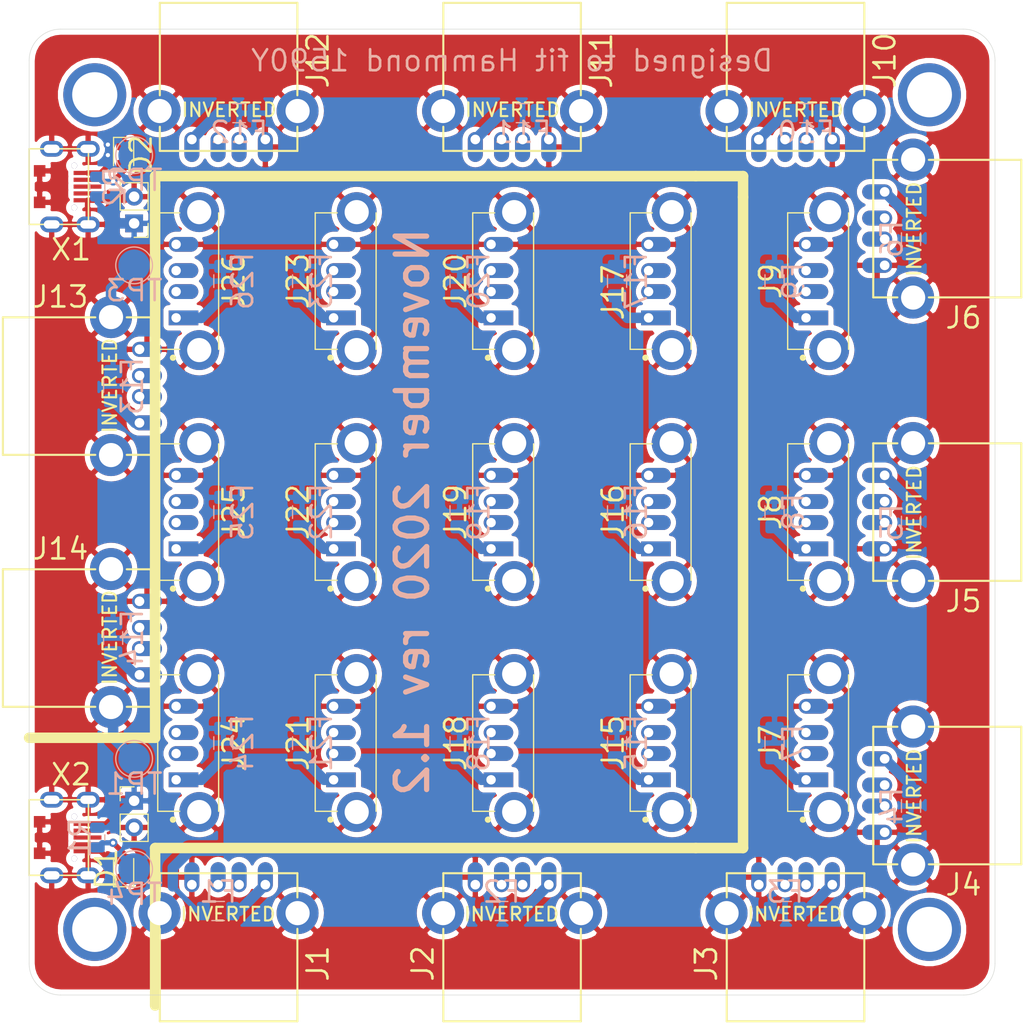
<source format=kicad_pcb>
(kicad_pcb (version 20171130) (host pcbnew 5.1.6-c6e7f7d~87~ubuntu19.10.1)
  (layers (0 F.Cu signal) (31 B.Cu signal) (34 B.Paste user) (35 F.Paste user) (36 B.SilkS user) (37 F.SilkS user) (38 B.Mask user) (39 F.Mask user) (44 Edge.Cuts user))
  (net 0 "")
  (net 1 "Net-(D1-Pad2)")
  (net 2 GND)
  (net 3 +5V)
  (net 4 "Net-(F1-Pad1)")
  (net 5 "Net-(F2-Pad1)")
  (net 6 "Net-(F3-Pad1)")
  (net 7 "Net-(F4-Pad1)")
  (net 8 "Net-(F5-Pad1)")
  (net 9 "Net-(F6-Pad1)")
  (net 10 "Net-(F7-Pad1)")
  (net 11 "Net-(F8-Pad1)")
  (net 12 "Net-(F9-Pad1)")
  (net 13 "Net-(F10-Pad1)")
  (net 14 "Net-(F11-Pad1)")
  (net 15 "Net-(F12-Pad1)")
  (net 16 "Net-(J1-Pad3)")
  (net 17 "Net-(J1-Pad2)")
  (net 18 "Net-(J2-Pad3)")
  (net 19 "Net-(J2-Pad2)")
  (net 20 "Net-(J3-Pad3)")
  (net 21 "Net-(J3-Pad2)")
  (net 22 "Net-(J4-Pad3)")
  (net 23 "Net-(J4-Pad2)")
  (net 24 "Net-(J5-Pad3)")
  (net 25 "Net-(J5-Pad2)")
  (net 26 "Net-(J6-Pad3)")
  (net 27 "Net-(J6-Pad2)")
  (net 28 "Net-(J7-Pad3)")
  (net 29 "Net-(J7-Pad2)")
  (net 30 "Net-(J8-Pad3)")
  (net 31 "Net-(J8-Pad2)")
  (net 32 "Net-(J9-Pad3)")
  (net 33 "Net-(J9-Pad2)")
  (net 34 "Net-(J10-Pad3)")
  (net 35 "Net-(J10-Pad2)")
  (net 36 "Net-(J11-Pad3)")
  (net 37 "Net-(J11-Pad2)")
  (net 38 "Net-(J12-Pad3)")
  (net 39 "Net-(J12-Pad2)")
  (net 40 "Net-(J13-Pad3)")
  (net 41 "Net-(J13-Pad2)")
  (net 42 "Net-(D2-Pad2)")
  (net 43 +5VA)
  (net 44 "Net-(F13-Pad1)")
  (net 45 "Net-(F14-Pad1)")
  (net 46 "Net-(J15-Pad3)")
  (net 47 "Net-(J15-Pad2)")
  (net 48 "Net-(J25-Pad3)")
  (net 49 "Net-(J25-Pad2)")
  (net 50 "Net-(J26-Pad3)")
  (net 51 "Net-(J26-Pad2)")
  (net 52 "Net-(J14-Pad3)")
  (net 53 "Net-(J14-Pad2)")
  (net 54 "Net-(F15-Pad1)")
  (net 55 "Net-(F16-Pad1)")
  (net 56 "Net-(J16-Pad3)")
  (net 57 "Net-(J16-Pad2)")
  (net 58 "Net-(F17-Pad1)")
  (net 59 "Net-(F18-Pad1)")
  (net 60 "Net-(F19-Pad1)")
  (net 61 "Net-(F20-Pad1)")
  (net 62 "Net-(J17-Pad3)")
  (net 63 "Net-(J17-Pad2)")
  (net 64 "Net-(J18-Pad3)")
  (net 65 "Net-(J18-Pad2)")
  (net 66 "Net-(J19-Pad3)")
  (net 67 "Net-(J19-Pad2)")
  (net 68 "Net-(J20-Pad3)")
  (net 69 "Net-(J20-Pad2)")
  (net 70 "Net-(F21-Pad1)")
  (net 71 "Net-(F22-Pad1)")
  (net 72 "Net-(F23-Pad1)")
  (net 73 "Net-(F24-Pad1)")
  (net 74 "Net-(J21-Pad3)")
  (net 75 "Net-(J21-Pad2)")
  (net 76 "Net-(J22-Pad3)")
  (net 77 "Net-(J22-Pad2)")
  (net 78 "Net-(J23-Pad3)")
  (net 79 "Net-(J23-Pad2)")
  (net 80 "Net-(J24-Pad3)")
  (net 81 "Net-(J24-Pad2)")
  (net 82 "Net-(F25-Pad1)")
  (net 83 "Net-(F26-Pad1)")
  (net 84 "Net-(X1-Pad3)")
  (net 85 "Net-(X1-Pad2)")
  (net 86 "Net-(X1-Pad4)")
  (net 87 "Net-(X2-Pad3)")
  (net 88 "Net-(X2-Pad2)")
  (net 89 "Net-(X2-Pad4)")
  (module tom-connectors:CUI_UJ2-AV-1-TH (layer F.Cu) (at 13 22 90)
    (fp_text reference J15 (at 0 -3.3873 90) (layer F.SilkS) (effects (font (size 2 2) (thickness 0.25))))
    (fp_text value USB_A)
    (pad 4 thru_hole oval (at 3.5 0 90) (size 1.408 2.816) (drill 0.9 (offset 0 0.704)) (layers *.Cu *.Mask) (net 2 GND))
    (pad 3 thru_hole oval (at 1 0 90) (size 1.408 2.816) (drill 0.9 (offset 0 0.704)) (layers *.Cu *.Mask) (net 46 "Net-(J15-Pad3)"))
    (pad 2 thru_hole oval (at -1 0 90) (size 1.408 2.816) (drill 0.9 (offset 0 0.704)) (layers *.Cu *.Mask) (net 47 "Net-(J15-Pad2)"))
    (pad 1 thru_hole rect (at -3.5 0 90) (size 1.408 2.816) (drill oval 0.9 (offset 0 0.704)) (layers *.Cu *.Mask) (net 54 "Net-(F15-Pad1)"))
    (pad 5 thru_hole circle (at 6.57 2.2 90) (size 3.8 3.8) (drill 2.3) (layers *.Cu *.Mask) (net 2 GND))
    (pad 5 thru_hole circle (at -6.57 2.2 90) (size 3.8 3.8) (drill 2.3) (layers *.Cu *.Mask) (net 2 GND))
  )
  (module tom-connectors:CUI_UJ2-AV-1-TH (layer F.Cu) (at 13 0 90)
    (fp_text reference J16 (at 0 -3.3873 90) (layer F.SilkS) (effects (font (size 2 2) (thickness 0.25))))
    (fp_text value USB_A)
    (pad 4 thru_hole oval (at 3.5 0 90) (size 1.408 2.816) (drill 0.9 (offset 0 0.704)) (layers *.Cu *.Mask) (net 2 GND))
    (pad 3 thru_hole oval (at 1 0 90) (size 1.408 2.816) (drill 0.9 (offset 0 0.704)) (layers *.Cu *.Mask) (net 56 "Net-(J16-Pad3)"))
    (pad 2 thru_hole oval (at -1 0 90) (size 1.408 2.816) (drill 0.9 (offset 0 0.704)) (layers *.Cu *.Mask) (net 57 "Net-(J16-Pad2)"))
    (pad 1 thru_hole rect (at -3.5 0 90) (size 1.408 2.816) (drill oval 0.9 (offset 0 0.704)) (layers *.Cu *.Mask) (net 55 "Net-(F16-Pad1)"))
    (pad 5 thru_hole circle (at 6.57 2.2 90) (size 3.8 3.8) (drill 2.3) (layers *.Cu *.Mask) (net 2 GND))
    (pad 5 thru_hole circle (at -6.57 2.2 90) (size 3.8 3.8) (drill 2.3) (layers *.Cu *.Mask) (net 2 GND))
  )
  (module tom-passives:C_1206_3216Metric (layer B.Cu) (at 10 22 90)
    (fp_text reference F15 (at 0 1.82 90) (layer B.SilkS) (effects (font (size 2 2) (thickness 0.25)) (justify mirror)))
    (fp_text value 100mA/250mA)
    (pad 2 smd roundrect (at 1.4 0 90) (size 1.25 1.75) (layers B.Cu B.Paste B.Mask) (roundrect_rratio 0.2) (net 43 +5VA))
    (pad 1 smd roundrect (at -1.4 0 90) (size 1.25 1.75) (layers B.Cu B.Paste B.Mask) (roundrect_rratio 0.2) (net 54 "Net-(F15-Pad1)"))
  )
  (module tom-passives:C_1206_3216Metric (layer B.Cu) (at 10 0 90)
    (fp_text reference F16 (at 0 1.82 90) (layer B.SilkS) (effects (font (size 2 2) (thickness 0.25)) (justify mirror)))
    (fp_text value 100mA/250mA)
    (pad 2 smd roundrect (at 1.4 0 90) (size 1.25 1.75) (layers B.Cu B.Paste B.Mask) (roundrect_rratio 0.2) (net 43 +5VA))
    (pad 1 smd roundrect (at -1.4 0 90) (size 1.25 1.75) (layers B.Cu B.Paste B.Mask) (roundrect_rratio 0.2) (net 55 "Net-(F16-Pad1)"))
  )
  (module tom-connectors:CUI_UJ2-AV-1-TH (layer F.Cu) (at 13 -22 90)
    (fp_text reference J17 (at -1.073359 -3.3873 90) (layer F.SilkS) (effects (font (size 2 2) (thickness 0.25))))
    (fp_text value USB_A)
    (pad 4 thru_hole oval (at 3.5 0 90) (size 1.408 2.816) (drill 0.9 (offset 0 0.704)) (layers *.Cu *.Mask) (net 2 GND))
    (pad 3 thru_hole oval (at 1 0 90) (size 1.408 2.816) (drill 0.9 (offset 0 0.704)) (layers *.Cu *.Mask) (net 62 "Net-(J17-Pad3)"))
    (pad 2 thru_hole oval (at -1 0 90) (size 1.408 2.816) (drill 0.9 (offset 0 0.704)) (layers *.Cu *.Mask) (net 63 "Net-(J17-Pad2)"))
    (pad 1 thru_hole rect (at -3.5 0 90) (size 1.408 2.816) (drill oval 0.9 (offset 0 0.704)) (layers *.Cu *.Mask) (net 58 "Net-(F17-Pad1)"))
    (pad 5 thru_hole circle (at 6.57 2.2 90) (size 3.8 3.8) (drill 2.3) (layers *.Cu *.Mask) (net 2 GND))
    (pad 5 thru_hole circle (at -6.57 2.2 90) (size 3.8 3.8) (drill 2.3) (layers *.Cu *.Mask) (net 2 GND))
  )
  (module tom-connectors:CUI_UJ2-AV-1-TH (layer F.Cu) (at 28 -22 90)
    (fp_text reference J9 (at 0 -3.3873 90) (layer F.SilkS) (effects (font (size 2 2) (thickness 0.25))))
    (fp_text value USB_A)
    (pad 4 thru_hole oval (at 3.5 0 90) (size 1.408 2.816) (drill 0.9 (offset 0 0.704)) (layers *.Cu *.Mask) (net 2 GND))
    (pad 3 thru_hole oval (at 1 0 90) (size 1.408 2.816) (drill 0.9 (offset 0 0.704)) (layers *.Cu *.Mask) (net 32 "Net-(J9-Pad3)"))
    (pad 2 thru_hole oval (at -1 0 90) (size 1.408 2.816) (drill 0.9 (offset 0 0.704)) (layers *.Cu *.Mask) (net 33 "Net-(J9-Pad2)"))
    (pad 1 thru_hole rect (at -3.5 0 90) (size 1.408 2.816) (drill oval 0.9 (offset 0 0.704)) (layers *.Cu *.Mask) (net 12 "Net-(F9-Pad1)"))
    (pad 5 thru_hole circle (at 6.57 2.2 90) (size 3.8 3.8) (drill 2.3) (layers *.Cu *.Mask) (net 2 GND))
    (pad 5 thru_hole circle (at -6.57 2.2 90) (size 3.8 3.8) (drill 2.3) (layers *.Cu *.Mask) (net 2 GND))
  )
  (module tom-connectors:CUI_UJ2-AV-1-TH (layer F.Cu) (at 28 0 90)
    (fp_text reference J8 (at 0 -3.3873 90) (layer F.SilkS) (effects (font (size 2 2) (thickness 0.25))))
    (fp_text value USB_A)
    (pad 4 thru_hole oval (at 3.5 0 90) (size 1.408 2.816) (drill 0.9 (offset 0 0.704)) (layers *.Cu *.Mask) (net 2 GND))
    (pad 3 thru_hole oval (at 1 0 90) (size 1.408 2.816) (drill 0.9 (offset 0 0.704)) (layers *.Cu *.Mask) (net 30 "Net-(J8-Pad3)"))
    (pad 2 thru_hole oval (at -1 0 90) (size 1.408 2.816) (drill 0.9 (offset 0 0.704)) (layers *.Cu *.Mask) (net 31 "Net-(J8-Pad2)"))
    (pad 1 thru_hole rect (at -3.5 0 90) (size 1.408 2.816) (drill oval 0.9 (offset 0 0.704)) (layers *.Cu *.Mask) (net 11 "Net-(F8-Pad1)"))
    (pad 5 thru_hole circle (at 6.57 2.2 90) (size 3.8 3.8) (drill 2.3) (layers *.Cu *.Mask) (net 2 GND))
    (pad 5 thru_hole circle (at -6.57 2.2 90) (size 3.8 3.8) (drill 2.3) (layers *.Cu *.Mask) (net 2 GND))
  )
  (module tom-connectors:CUI_UJ2-AV-1-TH (layer F.Cu) (at 28 22 90)
    (fp_text reference J7 (at 0 -3.3873 90) (layer F.SilkS) (effects (font (size 2 2) (thickness 0.25))))
    (fp_text value USB_A)
    (pad 4 thru_hole oval (at 3.5 0 90) (size 1.408 2.816) (drill 0.9 (offset 0 0.704)) (layers *.Cu *.Mask) (net 2 GND))
    (pad 3 thru_hole oval (at 1 0 90) (size 1.408 2.816) (drill 0.9 (offset 0 0.704)) (layers *.Cu *.Mask) (net 28 "Net-(J7-Pad3)"))
    (pad 2 thru_hole oval (at -1 0 90) (size 1.408 2.816) (drill 0.9 (offset 0 0.704)) (layers *.Cu *.Mask) (net 29 "Net-(J7-Pad2)"))
    (pad 1 thru_hole rect (at -3.5 0 90) (size 1.408 2.816) (drill oval 0.9 (offset 0 0.704)) (layers *.Cu *.Mask) (net 10 "Net-(F7-Pad1)"))
    (pad 5 thru_hole circle (at 6.57 2.2 90) (size 3.8 3.8) (drill 2.3) (layers *.Cu *.Mask) (net 2 GND))
    (pad 5 thru_hole circle (at -6.57 2.2 90) (size 3.8 3.8) (drill 2.3) (layers *.Cu *.Mask) (net 2 GND))
  )
  (module tom-mechanical:TestPoint_Pad_D3.0mm (layer B.Cu) (at -36 34)
    (fp_text reference TP4 (at 0 2.398) (layer B.SilkS) (effects (font (size 2 2) (thickness 0.25)) (justify mirror)))
    (fp_text value 5V)
    (pad 1 smd circle (at 0 0) (size 3 3) (layers B.Cu B.Mask) (net 43 +5VA))
  )
  (module tom-mechanical:TestPoint_Pad_D3.0mm (layer B.Cu) (at -36 23.5)
    (fp_text reference TP1 (at 0 2.398) (layer B.SilkS) (effects (font (size 2 2) (thickness 0.25)) (justify mirror)))
    (fp_text value GND)
    (pad 1 smd circle (at 0 0) (size 3 3) (layers B.Cu B.Mask) (net 2 GND))
  )
  (module tom-connectors:OST_USB-A1HSW6-INVERTED (layer F.Cu) (at -42 12 270)
    (fp_text reference J14 (at -8.5 1.02676) (layer F.SilkS) (effects (font (size 2 2) (thickness 0.25))))
    (fp_text value USB_A)
    (fp_text user INVERTED (at -0.05 -3.69 90) (layer F.SilkS) (effects (font (size 1.3 1.3) (thickness 0.2))))
    (pad 1 thru_hole oval (at 3.5 -6.51 270) (size 1.428 2.856) (drill oval 0.92 (offset 0 -0.714)) (layers *.Cu *.Mask) (net 45 "Net-(F14-Pad1)"))
    (pad 2 thru_hole oval (at 1 -6.51 270) (size 1.428 2.856) (drill oval 0.92 (offset 0 -0.714)) (layers *.Cu *.Mask) (net 53 "Net-(J14-Pad2)"))
    (pad 3 thru_hole oval (at -1 -6.51 270) (size 1.428 2.856) (drill oval 0.92 (offset 0 -0.714)) (layers *.Cu *.Mask) (net 52 "Net-(J14-Pad3)"))
    (pad 5 thru_hole circle (at 6.57 -3.8 270) (size 4 4) (drill 2.3) (layers *.Cu *.Mask) (net 2 GND))
    (pad 5 thru_hole circle (at -6.57 -3.8 270) (size 4 4) (drill 2.3) (layers *.Cu *.Mask) (net 2 GND))
    (pad 4 thru_hole oval (at -3.5 -6.51 270) (size 1.428 2.856) (drill oval 0.92 (offset 0 -0.714)) (layers *.Cu *.Mask) (net 2 GND))
  )
  (module tom-connectors:OST_USB-A1HSW6-INVERTED (layer F.Cu) (at -42 -12 270)
    (fp_text reference J13 (at -8.5 1.02676) (layer F.SilkS) (effects (font (size 2 2) (thickness 0.25))))
    (fp_text value USB_A)
    (fp_text user INVERTED (at -0.05 -3.69 90) (layer F.SilkS) (effects (font (size 1.3 1.3) (thickness 0.2))))
    (pad 1 thru_hole oval (at 3.5 -6.51 270) (size 1.428 2.856) (drill oval 0.92 (offset 0 -0.714)) (layers *.Cu *.Mask) (net 44 "Net-(F13-Pad1)"))
    (pad 2 thru_hole oval (at 1 -6.51 270) (size 1.428 2.856) (drill oval 0.92 (offset 0 -0.714)) (layers *.Cu *.Mask) (net 41 "Net-(J13-Pad2)"))
    (pad 3 thru_hole oval (at -1 -6.51 270) (size 1.428 2.856) (drill oval 0.92 (offset 0 -0.714)) (layers *.Cu *.Mask) (net 40 "Net-(J13-Pad3)"))
    (pad 5 thru_hole circle (at 6.57 -3.8 270) (size 4 4) (drill 2.3) (layers *.Cu *.Mask) (net 2 GND))
    (pad 5 thru_hole circle (at -6.57 -3.8 270) (size 4 4) (drill 2.3) (layers *.Cu *.Mask) (net 2 GND))
    (pad 4 thru_hole oval (at -3.5 -6.51 270) (size 1.428 2.856) (drill oval 0.92 (offset 0 -0.714)) (layers *.Cu *.Mask) (net 2 GND))
  )
  (module tom-connectors:OST_USB-A1HSW6-INVERTED (layer F.Cu) (at -27 -42 180)
    (fp_text reference J12 (at -8.5 1.02676 270) (layer F.SilkS) (effects (font (size 2 2) (thickness 0.25))))
    (fp_text value USB_A)
    (fp_text user INVERTED (at -0.05 -3.69) (layer F.SilkS) (effects (font (size 1.3 1.3) (thickness 0.2))))
    (pad 1 thru_hole oval (at 3.5 -6.51 180) (size 1.428 2.856) (drill oval 0.92 (offset 0 -0.714)) (layers *.Cu *.Mask) (net 15 "Net-(F12-Pad1)"))
    (pad 2 thru_hole oval (at 1 -6.51 180) (size 1.428 2.856) (drill oval 0.92 (offset 0 -0.714)) (layers *.Cu *.Mask) (net 39 "Net-(J12-Pad2)"))
    (pad 3 thru_hole oval (at -1 -6.51 180) (size 1.428 2.856) (drill oval 0.92 (offset 0 -0.714)) (layers *.Cu *.Mask) (net 38 "Net-(J12-Pad3)"))
    (pad 5 thru_hole circle (at 6.57 -3.8 180) (size 4 4) (drill 2.3) (layers *.Cu *.Mask) (net 2 GND))
    (pad 5 thru_hole circle (at -6.57 -3.8 180) (size 4 4) (drill 2.3) (layers *.Cu *.Mask) (net 2 GND))
    (pad 4 thru_hole oval (at -3.5 -6.51 180) (size 1.428 2.856) (drill oval 0.92 (offset 0 -0.714)) (layers *.Cu *.Mask) (net 2 GND))
  )
  (module tom-connectors:OST_USB-A1HSW6-INVERTED (layer F.Cu) (at 0 -42 180)
    (fp_text reference J11 (at -8.5 1 270) (layer F.SilkS) (effects (font (size 2 2) (thickness 0.25))))
    (fp_text value USB_A)
    (fp_text user INVERTED (at -0.05 -3.69) (layer F.SilkS) (effects (font (size 1.3 1.3) (thickness 0.2))))
    (pad 1 thru_hole oval (at 3.5 -6.51 180) (size 1.428 2.856) (drill oval 0.92 (offset 0 -0.714)) (layers *.Cu *.Mask) (net 14 "Net-(F11-Pad1)"))
    (pad 2 thru_hole oval (at 1 -6.51 180) (size 1.428 2.856) (drill oval 0.92 (offset 0 -0.714)) (layers *.Cu *.Mask) (net 37 "Net-(J11-Pad2)"))
    (pad 3 thru_hole oval (at -1 -6.51 180) (size 1.428 2.856) (drill oval 0.92 (offset 0 -0.714)) (layers *.Cu *.Mask) (net 36 "Net-(J11-Pad3)"))
    (pad 5 thru_hole circle (at 6.57 -3.8 180) (size 4 4) (drill 2.3) (layers *.Cu *.Mask) (net 2 GND))
    (pad 5 thru_hole circle (at -6.57 -3.8 180) (size 4 4) (drill 2.3) (layers *.Cu *.Mask) (net 2 GND))
    (pad 4 thru_hole oval (at -3.5 -6.51 180) (size 1.428 2.856) (drill oval 0.92 (offset 0 -0.714)) (layers *.Cu *.Mask) (net 2 GND))
  )
  (module tom-connectors:OST_USB-A1HSW6-INVERTED (layer F.Cu) (at 27 -42 180)
    (fp_text reference J10 (at -8.5 1.02676 270) (layer F.SilkS) (effects (font (size 2 2) (thickness 0.25))))
    (fp_text value USB_A)
    (fp_text user INVERTED (at -0.05 -3.69) (layer F.SilkS) (effects (font (size 1.3 1.3) (thickness 0.2))))
    (pad 1 thru_hole oval (at 3.5 -6.51 180) (size 1.428 2.856) (drill oval 0.92 (offset 0 -0.714)) (layers *.Cu *.Mask) (net 13 "Net-(F10-Pad1)"))
    (pad 2 thru_hole oval (at 1 -6.51 180) (size 1.428 2.856) (drill oval 0.92 (offset 0 -0.714)) (layers *.Cu *.Mask) (net 35 "Net-(J10-Pad2)"))
    (pad 3 thru_hole oval (at -1 -6.51 180) (size 1.428 2.856) (drill oval 0.92 (offset 0 -0.714)) (layers *.Cu *.Mask) (net 34 "Net-(J10-Pad3)"))
    (pad 5 thru_hole circle (at 6.57 -3.8 180) (size 4 4) (drill 2.3) (layers *.Cu *.Mask) (net 2 GND))
    (pad 5 thru_hole circle (at -6.57 -3.8 180) (size 4 4) (drill 2.3) (layers *.Cu *.Mask) (net 2 GND))
    (pad 4 thru_hole oval (at -3.5 -6.51 180) (size 1.428 2.856) (drill oval 0.92 (offset 0 -0.714)) (layers *.Cu *.Mask) (net 2 GND))
  )
  (module tom-connectors:OST_USB-A1HSW6-INVERTED (layer F.Cu) (at 42 -27 90)
    (fp_text reference J6 (at -8.5 1) (layer F.SilkS) (effects (font (size 2 2) (thickness 0.25))))
    (fp_text value USB_A)
    (fp_text user INVERTED (at -0.05 -3.69 90) (layer F.SilkS) (effects (font (size 1.3 1.3) (thickness 0.2))))
    (pad 1 thru_hole oval (at 3.5 -6.51 90) (size 1.428 2.856) (drill oval 0.92 (offset 0 -0.714)) (layers *.Cu *.Mask) (net 9 "Net-(F6-Pad1)"))
    (pad 2 thru_hole oval (at 1 -6.51 90) (size 1.428 2.856) (drill oval 0.92 (offset 0 -0.714)) (layers *.Cu *.Mask) (net 27 "Net-(J6-Pad2)"))
    (pad 3 thru_hole oval (at -1 -6.51 90) (size 1.428 2.856) (drill oval 0.92 (offset 0 -0.714)) (layers *.Cu *.Mask) (net 26 "Net-(J6-Pad3)"))
    (pad 5 thru_hole circle (at 6.57 -3.8 90) (size 4 4) (drill 2.3) (layers *.Cu *.Mask) (net 2 GND))
    (pad 5 thru_hole circle (at -6.57 -3.8 90) (size 4 4) (drill 2.3) (layers *.Cu *.Mask) (net 2 GND))
    (pad 4 thru_hole oval (at -3.5 -6.51 90) (size 1.428 2.856) (drill oval 0.92 (offset 0 -0.714)) (layers *.Cu *.Mask) (net 2 GND))
  )
  (module tom-connectors:OST_USB-A1HSW6-INVERTED (layer F.Cu) (at 42 0 90)
    (fp_text reference J5 (at -8.5 1) (layer F.SilkS) (effects (font (size 2 2) (thickness 0.25))))
    (fp_text value USB_A)
    (fp_text user INVERTED (at -0.05 -3.69 90) (layer F.SilkS) (effects (font (size 1.3 1.3) (thickness 0.2))))
    (pad 1 thru_hole oval (at 3.5 -6.51 90) (size 1.428 2.856) (drill oval 0.92 (offset 0 -0.714)) (layers *.Cu *.Mask) (net 8 "Net-(F5-Pad1)"))
    (pad 2 thru_hole oval (at 1 -6.51 90) (size 1.428 2.856) (drill oval 0.92 (offset 0 -0.714)) (layers *.Cu *.Mask) (net 25 "Net-(J5-Pad2)"))
    (pad 3 thru_hole oval (at -1 -6.51 90) (size 1.428 2.856) (drill oval 0.92 (offset 0 -0.714)) (layers *.Cu *.Mask) (net 24 "Net-(J5-Pad3)"))
    (pad 5 thru_hole circle (at 6.57 -3.8 90) (size 4 4) (drill 2.3) (layers *.Cu *.Mask) (net 2 GND))
    (pad 5 thru_hole circle (at -6.57 -3.8 90) (size 4 4) (drill 2.3) (layers *.Cu *.Mask) (net 2 GND))
    (pad 4 thru_hole oval (at -3.5 -6.51 90) (size 1.428 2.856) (drill oval 0.92 (offset 0 -0.714)) (layers *.Cu *.Mask) (net 2 GND))
  )
  (module tom-connectors:OST_USB-A1HSW6-INVERTED (layer F.Cu) (at 42 27 90)
    (fp_text reference J4 (at -8.5 1) (layer F.SilkS) (effects (font (size 2 2) (thickness 0.25))))
    (fp_text value USB_A)
    (fp_text user INVERTED (at -0.05 -3.69 90) (layer F.SilkS) (effects (font (size 1.3 1.3) (thickness 0.2))))
    (pad 1 thru_hole oval (at 3.5 -6.51 90) (size 1.428 2.856) (drill oval 0.92 (offset 0 -0.714)) (layers *.Cu *.Mask) (net 7 "Net-(F4-Pad1)"))
    (pad 2 thru_hole oval (at 1 -6.51 90) (size 1.428 2.856) (drill oval 0.92 (offset 0 -0.714)) (layers *.Cu *.Mask) (net 23 "Net-(J4-Pad2)"))
    (pad 3 thru_hole oval (at -1 -6.51 90) (size 1.428 2.856) (drill oval 0.92 (offset 0 -0.714)) (layers *.Cu *.Mask) (net 22 "Net-(J4-Pad3)"))
    (pad 5 thru_hole circle (at 6.57 -3.8 90) (size 4 4) (drill 2.3) (layers *.Cu *.Mask) (net 2 GND))
    (pad 5 thru_hole circle (at -6.57 -3.8 90) (size 4 4) (drill 2.3) (layers *.Cu *.Mask) (net 2 GND))
    (pad 4 thru_hole oval (at -3.5 -6.51 90) (size 1.428 2.856) (drill oval 0.92 (offset 0 -0.714)) (layers *.Cu *.Mask) (net 2 GND))
  )
  (module tom-connectors:OST_USB-A1HSW6-INVERTED (layer F.Cu) (at 27 42)
    (fp_text reference J3 (at -8.5 1 270) (layer F.SilkS) (effects (font (size 2 2) (thickness 0.25))))
    (fp_text value USB_A)
    (fp_text user INVERTED (at -0.05 -3.69) (layer F.SilkS) (effects (font (size 1.3 1.3) (thickness 0.2))))
    (pad 1 thru_hole oval (at 3.5 -6.51) (size 1.428 2.856) (drill oval 0.92 (offset 0 -0.714)) (layers *.Cu *.Mask) (net 6 "Net-(F3-Pad1)"))
    (pad 2 thru_hole oval (at 1 -6.51) (size 1.428 2.856) (drill oval 0.92 (offset 0 -0.714)) (layers *.Cu *.Mask) (net 21 "Net-(J3-Pad2)"))
    (pad 3 thru_hole oval (at -1 -6.51) (size 1.428 2.856) (drill oval 0.92 (offset 0 -0.714)) (layers *.Cu *.Mask) (net 20 "Net-(J3-Pad3)"))
    (pad 5 thru_hole circle (at 6.57 -3.8) (size 4 4) (drill 2.3) (layers *.Cu *.Mask) (net 2 GND))
    (pad 5 thru_hole circle (at -6.57 -3.8) (size 4 4) (drill 2.3) (layers *.Cu *.Mask) (net 2 GND))
    (pad 4 thru_hole oval (at -3.5 -6.51) (size 1.428 2.856) (drill oval 0.92 (offset 0 -0.714)) (layers *.Cu *.Mask) (net 2 GND))
  )
  (module tom-connectors:OST_USB-A1HSW6-INVERTED (layer F.Cu) (at 0 42)
    (fp_text reference J2 (at -8.5 1 270) (layer F.SilkS) (effects (font (size 2 2) (thickness 0.25))))
    (fp_text value USB_A)
    (fp_text user INVERTED (at -0.05 -3.69) (layer F.SilkS) (effects (font (size 1.3 1.3) (thickness 0.2))))
    (pad 1 thru_hole oval (at 3.5 -6.51) (size 1.428 2.856) (drill oval 0.92 (offset 0 -0.714)) (layers *.Cu *.Mask) (net 5 "Net-(F2-Pad1)"))
    (pad 2 thru_hole oval (at 1 -6.51) (size 1.428 2.856) (drill oval 0.92 (offset 0 -0.714)) (layers *.Cu *.Mask) (net 19 "Net-(J2-Pad2)"))
    (pad 3 thru_hole oval (at -1 -6.51) (size 1.428 2.856) (drill oval 0.92 (offset 0 -0.714)) (layers *.Cu *.Mask) (net 18 "Net-(J2-Pad3)"))
    (pad 5 thru_hole circle (at 6.57 -3.8) (size 4 4) (drill 2.3) (layers *.Cu *.Mask) (net 2 GND))
    (pad 5 thru_hole circle (at -6.57 -3.8) (size 4 4) (drill 2.3) (layers *.Cu *.Mask) (net 2 GND))
    (pad 4 thru_hole oval (at -3.5 -6.51) (size 1.428 2.856) (drill oval 0.92 (offset 0 -0.714)) (layers *.Cu *.Mask) (net 2 GND))
  )
  (module tom-connectors:OST_USB-A1HSW6-INVERTED (layer F.Cu) (at -27 42)
    (fp_text reference J1 (at 8.5 1 270) (layer F.SilkS) (effects (font (size 2 2) (thickness 0.25))))
    (fp_text value USB_A)
    (fp_text user INVERTED (at -0.05 -3.69) (layer F.SilkS) (effects (font (size 1.3 1.3) (thickness 0.2))))
    (pad 1 thru_hole oval (at 3.5 -6.51) (size 1.428 2.856) (drill oval 0.92 (offset 0 -0.714)) (layers *.Cu *.Mask) (net 4 "Net-(F1-Pad1)"))
    (pad 2 thru_hole oval (at 1 -6.51) (size 1.428 2.856) (drill oval 0.92 (offset 0 -0.714)) (layers *.Cu *.Mask) (net 17 "Net-(J1-Pad2)"))
    (pad 3 thru_hole oval (at -1 -6.51) (size 1.428 2.856) (drill oval 0.92 (offset 0 -0.714)) (layers *.Cu *.Mask) (net 16 "Net-(J1-Pad3)"))
    (pad 5 thru_hole circle (at 6.57 -3.8) (size 4 4) (drill 2.3) (layers *.Cu *.Mask) (net 2 GND))
    (pad 5 thru_hole circle (at -6.57 -3.8) (size 4 4) (drill 2.3) (layers *.Cu *.Mask) (net 2 GND))
    (pad 4 thru_hole oval (at -3.5 -6.51) (size 1.428 2.856) (drill oval 0.92 (offset 0 -0.714)) (layers *.Cu *.Mask) (net 2 GND))
  )
  (module tom-connectors:CUI_UJ2-AV-1-TH (layer F.Cu) (at -32 22 90)
    (fp_text reference J24 (at 0 5.5 90) (layer F.SilkS) (effects (font (size 2 2) (thickness 0.25))))
    (fp_text value USB_A)
    (pad 4 thru_hole oval (at 3.5 0 90) (size 1.408 2.816) (drill 0.9 (offset 0 0.704)) (layers *.Cu *.Mask) (net 2 GND))
    (pad 3 thru_hole oval (at 1 0 90) (size 1.408 2.816) (drill 0.9 (offset 0 0.704)) (layers *.Cu *.Mask) (net 80 "Net-(J24-Pad3)"))
    (pad 2 thru_hole oval (at -1 0 90) (size 1.408 2.816) (drill 0.9 (offset 0 0.704)) (layers *.Cu *.Mask) (net 81 "Net-(J24-Pad2)"))
    (pad 1 thru_hole rect (at -3.5 0 90) (size 1.408 2.816) (drill oval 0.9 (offset 0 0.704)) (layers *.Cu *.Mask) (net 73 "Net-(F24-Pad1)"))
    (pad 5 thru_hole circle (at 6.57 2.2 90) (size 3.8 3.8) (drill 2.3) (layers *.Cu *.Mask) (net 2 GND))
    (pad 5 thru_hole circle (at -6.57 2.2 90) (size 3.8 3.8) (drill 2.3) (layers *.Cu *.Mask) (net 2 GND))
  )
  (module tom-connectors:CUI_UJ2-AV-1-TH (layer F.Cu) (at -32 0 90)
    (fp_text reference J25 (at 0 5.5 90) (layer F.SilkS) (effects (font (size 2 2) (thickness 0.25))))
    (fp_text value USB_A)
    (pad 4 thru_hole oval (at 3.5 0 90) (size 1.408 2.816) (drill 0.9 (offset 0 0.704)) (layers *.Cu *.Mask) (net 2 GND))
    (pad 3 thru_hole oval (at 1 0 90) (size 1.408 2.816) (drill 0.9 (offset 0 0.704)) (layers *.Cu *.Mask) (net 48 "Net-(J25-Pad3)"))
    (pad 2 thru_hole oval (at -1 0 90) (size 1.408 2.816) (drill 0.9 (offset 0 0.704)) (layers *.Cu *.Mask) (net 49 "Net-(J25-Pad2)"))
    (pad 1 thru_hole rect (at -3.5 0 90) (size 1.408 2.816) (drill oval 0.9 (offset 0 0.704)) (layers *.Cu *.Mask) (net 82 "Net-(F25-Pad1)"))
    (pad 5 thru_hole circle (at 6.57 2.2 90) (size 3.8 3.8) (drill 2.3) (layers *.Cu *.Mask) (net 2 GND))
    (pad 5 thru_hole circle (at -6.57 2.2 90) (size 3.8 3.8) (drill 2.3) (layers *.Cu *.Mask) (net 2 GND))
  )
  (module tom-connectors:CUI_UJ2-AV-1-TH (layer F.Cu) (at -32 -22 90)
    (fp_text reference J26 (at 0 5.5 90) (layer F.SilkS) (effects (font (size 2 2) (thickness 0.25))))
    (fp_text value USB_A)
    (pad 4 thru_hole oval (at 3.5 0 90) (size 1.408 2.816) (drill 0.9 (offset 0 0.704)) (layers *.Cu *.Mask) (net 2 GND))
    (pad 3 thru_hole oval (at 1 0 90) (size 1.408 2.816) (drill 0.9 (offset 0 0.704)) (layers *.Cu *.Mask) (net 50 "Net-(J26-Pad3)"))
    (pad 2 thru_hole oval (at -1 0 90) (size 1.408 2.816) (drill 0.9 (offset 0 0.704)) (layers *.Cu *.Mask) (net 51 "Net-(J26-Pad2)"))
    (pad 1 thru_hole rect (at -3.5 0 90) (size 1.408 2.816) (drill oval 0.9 (offset 0 0.704)) (layers *.Cu *.Mask) (net 83 "Net-(F26-Pad1)"))
    (pad 5 thru_hole circle (at 6.57 2.2 90) (size 3.8 3.8) (drill 2.3) (layers *.Cu *.Mask) (net 2 GND))
    (pad 5 thru_hole circle (at -6.57 2.2 90) (size 3.8 3.8) (drill 2.3) (layers *.Cu *.Mask) (net 2 GND))
  )
  (module tom-connectors:CUI_UJ2-AV-1-TH (layer F.Cu) (at -17 22 90)
    (fp_text reference J21 (at 0 -3.3873 90) (layer F.SilkS) (effects (font (size 2 2) (thickness 0.25))))
    (fp_text value USB_A)
    (pad 4 thru_hole oval (at 3.5 0 90) (size 1.408 2.816) (drill 0.9 (offset 0 0.704)) (layers *.Cu *.Mask) (net 2 GND))
    (pad 3 thru_hole oval (at 1 0 90) (size 1.408 2.816) (drill 0.9 (offset 0 0.704)) (layers *.Cu *.Mask) (net 74 "Net-(J21-Pad3)"))
    (pad 2 thru_hole oval (at -1 0 90) (size 1.408 2.816) (drill 0.9 (offset 0 0.704)) (layers *.Cu *.Mask) (net 75 "Net-(J21-Pad2)"))
    (pad 1 thru_hole rect (at -3.5 0 90) (size 1.408 2.816) (drill oval 0.9 (offset 0 0.704)) (layers *.Cu *.Mask) (net 70 "Net-(F21-Pad1)"))
    (pad 5 thru_hole circle (at 6.57 2.2 90) (size 3.8 3.8) (drill 2.3) (layers *.Cu *.Mask) (net 2 GND))
    (pad 5 thru_hole circle (at -6.57 2.2 90) (size 3.8 3.8) (drill 2.3) (layers *.Cu *.Mask) (net 2 GND))
  )
  (module tom-connectors:CUI_UJ2-AV-1-TH (layer F.Cu) (at -17 0 90)
    (fp_text reference J22 (at 0 -3.3873 90) (layer F.SilkS) (effects (font (size 2 2) (thickness 0.25))))
    (fp_text value USB_A)
    (pad 4 thru_hole oval (at 3.5 0 90) (size 1.408 2.816) (drill 0.9 (offset 0 0.704)) (layers *.Cu *.Mask) (net 2 GND))
    (pad 3 thru_hole oval (at 1 0 90) (size 1.408 2.816) (drill 0.9 (offset 0 0.704)) (layers *.Cu *.Mask) (net 76 "Net-(J22-Pad3)"))
    (pad 2 thru_hole oval (at -1 0 90) (size 1.408 2.816) (drill 0.9 (offset 0 0.704)) (layers *.Cu *.Mask) (net 77 "Net-(J22-Pad2)"))
    (pad 1 thru_hole rect (at -3.5 0 90) (size 1.408 2.816) (drill oval 0.9 (offset 0 0.704)) (layers *.Cu *.Mask) (net 71 "Net-(F22-Pad1)"))
    (pad 5 thru_hole circle (at 6.57 2.2 90) (size 3.8 3.8) (drill 2.3) (layers *.Cu *.Mask) (net 2 GND))
    (pad 5 thru_hole circle (at -6.57 2.2 90) (size 3.8 3.8) (drill 2.3) (layers *.Cu *.Mask) (net 2 GND))
  )
  (module tom-connectors:CUI_UJ2-AV-1-TH (layer F.Cu) (at -17 -22 90)
    (fp_text reference J23 (at 0 -3.3873 90) (layer F.SilkS) (effects (font (size 2 2) (thickness 0.25))))
    (fp_text value USB_A)
    (pad 4 thru_hole oval (at 3.5 0 90) (size 1.408 2.816) (drill 0.9 (offset 0 0.704)) (layers *.Cu *.Mask) (net 2 GND))
    (pad 3 thru_hole oval (at 1 0 90) (size 1.408 2.816) (drill 0.9 (offset 0 0.704)) (layers *.Cu *.Mask) (net 78 "Net-(J23-Pad3)"))
    (pad 2 thru_hole oval (at -1 0 90) (size 1.408 2.816) (drill 0.9 (offset 0 0.704)) (layers *.Cu *.Mask) (net 79 "Net-(J23-Pad2)"))
    (pad 1 thru_hole rect (at -3.5 0 90) (size 1.408 2.816) (drill oval 0.9 (offset 0 0.704)) (layers *.Cu *.Mask) (net 72 "Net-(F23-Pad1)"))
    (pad 5 thru_hole circle (at 6.57 2.2 90) (size 3.8 3.8) (drill 2.3) (layers *.Cu *.Mask) (net 2 GND))
    (pad 5 thru_hole circle (at -6.57 2.2 90) (size 3.8 3.8) (drill 2.3) (layers *.Cu *.Mask) (net 2 GND))
  )
  (module tom-connectors:CUI_UJ2-AV-1-TH (layer F.Cu) (at -2 22 90)
    (fp_text reference J18 (at 0 -3.3873 90) (layer F.SilkS) (effects (font (size 2 2) (thickness 0.25))))
    (fp_text value USB_A)
    (pad 4 thru_hole oval (at 3.5 0 90) (size 1.408 2.816) (drill 0.9 (offset 0 0.704)) (layers *.Cu *.Mask) (net 2 GND))
    (pad 3 thru_hole oval (at 1 0 90) (size 1.408 2.816) (drill 0.9 (offset 0 0.704)) (layers *.Cu *.Mask) (net 64 "Net-(J18-Pad3)"))
    (pad 2 thru_hole oval (at -1 0 90) (size 1.408 2.816) (drill 0.9 (offset 0 0.704)) (layers *.Cu *.Mask) (net 65 "Net-(J18-Pad2)"))
    (pad 1 thru_hole rect (at -3.5 0 90) (size 1.408 2.816) (drill oval 0.9 (offset 0 0.704)) (layers *.Cu *.Mask) (net 59 "Net-(F18-Pad1)"))
    (pad 5 thru_hole circle (at 6.57 2.2 90) (size 3.8 3.8) (drill 2.3) (layers *.Cu *.Mask) (net 2 GND))
    (pad 5 thru_hole circle (at -6.57 2.2 90) (size 3.8 3.8) (drill 2.3) (layers *.Cu *.Mask) (net 2 GND))
  )
  (module tom-connectors:CUI_UJ2-AV-1-TH (layer F.Cu) (at -2 0 90)
    (fp_text reference J19 (at 0 -3.3873 90) (layer F.SilkS) (effects (font (size 2 2) (thickness 0.25))))
    (fp_text value USB_A)
    (pad 4 thru_hole oval (at 3.5 0 90) (size 1.408 2.816) (drill 0.9 (offset 0 0.704)) (layers *.Cu *.Mask) (net 2 GND))
    (pad 3 thru_hole oval (at 1 0 90) (size 1.408 2.816) (drill 0.9 (offset 0 0.704)) (layers *.Cu *.Mask) (net 66 "Net-(J19-Pad3)"))
    (pad 2 thru_hole oval (at -1 0 90) (size 1.408 2.816) (drill 0.9 (offset 0 0.704)) (layers *.Cu *.Mask) (net 67 "Net-(J19-Pad2)"))
    (pad 1 thru_hole rect (at -3.5 0 90) (size 1.408 2.816) (drill oval 0.9 (offset 0 0.704)) (layers *.Cu *.Mask) (net 60 "Net-(F19-Pad1)"))
    (pad 5 thru_hole circle (at 6.57 2.2 90) (size 3.8 3.8) (drill 2.3) (layers *.Cu *.Mask) (net 2 GND))
    (pad 5 thru_hole circle (at -6.57 2.2 90) (size 3.8 3.8) (drill 2.3) (layers *.Cu *.Mask) (net 2 GND))
  )
  (module tom-connectors:CUI_UJ2-AV-1-TH (layer F.Cu) (at -2 -22 90)
    (fp_text reference J20 (at 0 -3.3873 90) (layer F.SilkS) (effects (font (size 2 2) (thickness 0.25))))
    (fp_text value USB_A)
    (pad 4 thru_hole oval (at 3.5 0 90) (size 1.408 2.816) (drill 0.9 (offset 0 0.704)) (layers *.Cu *.Mask) (net 2 GND))
    (pad 3 thru_hole oval (at 1 0 90) (size 1.408 2.816) (drill 0.9 (offset 0 0.704)) (layers *.Cu *.Mask) (net 68 "Net-(J20-Pad3)"))
    (pad 2 thru_hole oval (at -1 0 90) (size 1.408 2.816) (drill 0.9 (offset 0 0.704)) (layers *.Cu *.Mask) (net 69 "Net-(J20-Pad2)"))
    (pad 1 thru_hole rect (at -3.5 0 90) (size 1.408 2.816) (drill oval 0.9 (offset 0 0.704)) (layers *.Cu *.Mask) (net 61 "Net-(F20-Pad1)"))
    (pad 5 thru_hole circle (at 6.57 2.2 90) (size 3.8 3.8) (drill 2.3) (layers *.Cu *.Mask) (net 2 GND))
    (pad 5 thru_hole circle (at -6.57 2.2 90) (size 3.8 3.8) (drill 2.3) (layers *.Cu *.Mask) (net 2 GND))
  )
  (module tom-passives:C_1206_3216Metric (layer B.Cu) (at -27.5 22 90)
    (fp_text reference F24 (at 0 1.82 90) (layer B.SilkS) (effects (font (size 2 2) (thickness 0.25)) (justify mirror)))
    (fp_text value 100mA/250mA)
    (pad 2 smd roundrect (at 1.4 0 90) (size 1.25 1.75) (layers B.Cu B.Paste B.Mask) (roundrect_rratio 0.2) (net 43 +5VA))
    (pad 1 smd roundrect (at -1.4 0 90) (size 1.25 1.75) (layers B.Cu B.Paste B.Mask) (roundrect_rratio 0.2) (net 73 "Net-(F24-Pad1)"))
  )
  (module tom-passives:C_1206_3216Metric (layer B.Cu) (at -27.5 0 90)
    (fp_text reference F25 (at 0 1.82 90) (layer B.SilkS) (effects (font (size 2 2) (thickness 0.25)) (justify mirror)))
    (fp_text value 100mA/250mA)
    (pad 2 smd roundrect (at 1.4 0 90) (size 1.25 1.75) (layers B.Cu B.Paste B.Mask) (roundrect_rratio 0.2) (net 43 +5VA))
    (pad 1 smd roundrect (at -1.4 0 90) (size 1.25 1.75) (layers B.Cu B.Paste B.Mask) (roundrect_rratio 0.2) (net 82 "Net-(F25-Pad1)"))
  )
  (module tom-passives:C_1206_3216Metric (layer B.Cu) (at -27.5 -22 90)
    (fp_text reference F26 (at 0 1.82 90) (layer B.SilkS) (effects (font (size 2 2) (thickness 0.25)) (justify mirror)))
    (fp_text value 100mA/250mA)
    (pad 2 smd roundrect (at 1.4 0 90) (size 1.25 1.75) (layers B.Cu B.Paste B.Mask) (roundrect_rratio 0.2) (net 43 +5VA))
    (pad 1 smd roundrect (at -1.4 0 90) (size 1.25 1.75) (layers B.Cu B.Paste B.Mask) (roundrect_rratio 0.2) (net 83 "Net-(F26-Pad1)"))
  )
  (module tom-passives:C_1206_3216Metric (layer B.Cu) (at -20 22 90)
    (fp_text reference F21 (at 0 1.82 270) (layer B.SilkS) (effects (font (size 2 2) (thickness 0.25)) (justify mirror)))
    (fp_text value 100mA/250mA)
    (pad 2 smd roundrect (at 1.4 0 90) (size 1.25 1.75) (layers B.Cu B.Paste B.Mask) (roundrect_rratio 0.2) (net 43 +5VA))
    (pad 1 smd roundrect (at -1.4 0 90) (size 1.25 1.75) (layers B.Cu B.Paste B.Mask) (roundrect_rratio 0.2) (net 70 "Net-(F21-Pad1)"))
  )
  (module tom-passives:C_1206_3216Metric (layer B.Cu) (at -20 0 90)
    (fp_text reference F22 (at 0 1.82 90) (layer B.SilkS) (effects (font (size 2 2) (thickness 0.25)) (justify mirror)))
    (fp_text value 100mA/250mA)
    (pad 2 smd roundrect (at 1.4 0 90) (size 1.25 1.75) (layers B.Cu B.Paste B.Mask) (roundrect_rratio 0.2) (net 43 +5VA))
    (pad 1 smd roundrect (at -1.4 0 90) (size 1.25 1.75) (layers B.Cu B.Paste B.Mask) (roundrect_rratio 0.2) (net 71 "Net-(F22-Pad1)"))
  )
  (module tom-passives:C_1206_3216Metric (layer B.Cu) (at -20 -22 90)
    (fp_text reference F23 (at 0 1.82 90) (layer B.SilkS) (effects (font (size 2 2) (thickness 0.25)) (justify mirror)))
    (fp_text value 100mA/250mA)
    (pad 2 smd roundrect (at 1.4 0 90) (size 1.25 1.75) (layers B.Cu B.Paste B.Mask) (roundrect_rratio 0.2) (net 43 +5VA))
    (pad 1 smd roundrect (at -1.4 0 90) (size 1.25 1.75) (layers B.Cu B.Paste B.Mask) (roundrect_rratio 0.2) (net 72 "Net-(F23-Pad1)"))
  )
  (module tom-passives:C_1206_3216Metric (layer B.Cu) (at -5 22 90)
    (fp_text reference F18 (at 0 1.82 90) (layer B.SilkS) (effects (font (size 2 2) (thickness 0.25)) (justify mirror)))
    (fp_text value 100mA/250mA)
    (pad 2 smd roundrect (at 1.4 0 90) (size 1.25 1.75) (layers B.Cu B.Paste B.Mask) (roundrect_rratio 0.2) (net 43 +5VA))
    (pad 1 smd roundrect (at -1.4 0 90) (size 1.25 1.75) (layers B.Cu B.Paste B.Mask) (roundrect_rratio 0.2) (net 59 "Net-(F18-Pad1)"))
  )
  (module tom-passives:C_1206_3216Metric (layer B.Cu) (at -5 0 90)
    (fp_text reference F19 (at 0 1.82 90) (layer B.SilkS) (effects (font (size 2 2) (thickness 0.25)) (justify mirror)))
    (fp_text value 100mA/250mA)
    (pad 2 smd roundrect (at 1.4 0 90) (size 1.25 1.75) (layers B.Cu B.Paste B.Mask) (roundrect_rratio 0.2) (net 43 +5VA))
    (pad 1 smd roundrect (at -1.4 0 90) (size 1.25 1.75) (layers B.Cu B.Paste B.Mask) (roundrect_rratio 0.2) (net 60 "Net-(F19-Pad1)"))
  )
  (module tom-passives:C_1206_3216Metric (layer B.Cu) (at -5 -22 90)
    (fp_text reference F20 (at 0 1.82 270) (layer B.SilkS) (effects (font (size 2 2) (thickness 0.25)) (justify mirror)))
    (fp_text value 100mA/250mA)
    (pad 2 smd roundrect (at 1.4 0 90) (size 1.25 1.75) (layers B.Cu B.Paste B.Mask) (roundrect_rratio 0.2) (net 43 +5VA))
    (pad 1 smd roundrect (at -1.4 0 90) (size 1.25 1.75) (layers B.Cu B.Paste B.Mask) (roundrect_rratio 0.2) (net 61 "Net-(F20-Pad1)"))
  )
  (module tom-passives:C_1206_3216Metric (layer B.Cu) (at -38 12 90)
    (fp_text reference F14 (at 0 1.82 90) (layer B.SilkS) (effects (font (size 2 2) (thickness 0.25)) (justify mirror)))
    (fp_text value 100mA/250mA)
    (pad 2 smd roundrect (at 1.4 0 90) (size 1.25 1.75) (layers B.Cu B.Paste B.Mask) (roundrect_rratio 0.2) (net 43 +5VA))
    (pad 1 smd roundrect (at -1.4 0 90) (size 1.25 1.75) (layers B.Cu B.Paste B.Mask) (roundrect_rratio 0.2) (net 45 "Net-(F14-Pad1)"))
  )
  (module tom-mechanical:TestPoint_Pad_D3.0mm (layer B.Cu) (at -36 -23.5)
    (fp_text reference TP3 (at 0 2.398) (layer B.SilkS) (effects (font (size 2 2) (thickness 0.25)) (justify mirror)))
    (fp_text value GND)
    (pad 1 smd circle (at 0 0) (size 3 3) (layers B.Cu B.Mask) (net 2 GND))
  )
  (module tom-passives:C_0805_2012Metric (layer B.Cu) (at -39.5 31 270)
    (fp_text reference R1 (at 0 1.65 90) (layer B.SilkS) (effects (font (size 2 2) (thickness 0.25)) (justify mirror)))
    (fp_text value 1K)
    (pad 2 smd roundrect (at 0.9375 0 270) (size 0.975 1.4) (layers B.Cu B.Paste B.Mask) (net 1 "Net-(D1-Pad2)"))
    (pad 1 smd roundrect (at -0.9375 0 270) (size 0.975 1.4) (layers B.Cu B.Paste B.Mask) (net 43 +5VA))
  )
  (module tom-connectors:PinHeader_1x02_P2.54mm_Vertical (layer F.Cu) (at -36 27.5)
    (fp_text reference X4 hide)
    (fp_text value Conn_01x02)
    (pad 2 thru_hole oval (at 0 2.54) (size 1.7 1.7) (drill 1) (layers *.Cu *.Mask) (net 2 GND))
    (pad 1 thru_hole rect (at 0 0) (size 1.7 1.7) (drill 1) (layers *.Cu *.Mask) (net 43 +5VA))
  )
  (module tom-connectors:USB_MICRO_TAOBAO_SMD_PTH (layer F.Cu) (at -46 31 270)
    (fp_text reference X2 (at -6 -4 180) (layer F.SilkS) (effects (font (size 2 2) (thickness 0.25))))
    (fp_text value USB_B_Micro hide)
    (pad 6 smd rect (at -1.5 -1 270) (size 1.1 1.1) (layers F.Cu F.Paste F.Mask) (net 2 GND))
    (pad 6 smd rect (at 1.5 -1 270) (size 1.1 1.1) (layers F.Cu F.Paste F.Mask) (net 2 GND))
    (pad 3 smd rect (at 0 -5.56 270) (size 0.4 2.65) (layers F.Cu F.Paste F.Mask) (net 87 "Net-(X2-Pad3)"))
    (pad LOCATE thru_hole circle (at -2 -4.3 270) (size 0.55 0.55) (drill 0.55) (layers *.Cu *.Mask))
    (pad LOCATE thru_hole circle (at 2 -4.3 270) (size 0.55 0.55) (drill 0.55) (layers *.Cu *.Mask))
    (pad 2 smd rect (at -0.65 -5.56 270) (size 0.4 2.65) (layers F.Cu F.Paste F.Mask) (net 88 "Net-(X2-Pad2)"))
    (pad 1 smd rect (at -1.3 -5.56 270) (size 0.4 2.65) (layers F.Cu F.Paste F.Mask) (net 43 +5VA))
    (pad 4 smd rect (at 0.65 -5.56 270) (size 0.4 2.65) (layers F.Cu F.Paste F.Mask) (net 89 "Net-(X2-Pad4)"))
    (pad 5 smd rect (at 1.3 -5.56 270) (size 0.4 2.65) (layers F.Cu F.Paste F.Mask) (net 2 GND))
    (pad 6 thru_hole oval (at -3.6 -2.15 270) (size 1.5 2.2) (drill oval 0.8 1.5) (layers *.Cu *.Mask) (net 2 GND))
    (pad 6 thru_hole oval (at 3.6 -2.15 270) (size 1.5 2.2) (drill oval 0.8 1.5) (layers *.Cu *.Mask) (net 2 GND))
    (pad 6 thru_hole oval (at 3.6 -5.62 270) (size 1.5 2.2) (drill oval 0.8 1.5) (layers *.Cu *.Mask) (net 2 GND))
    (pad 6 thru_hole oval (at -3.6 -5.62 270) (size 1.5 2.2) (drill oval 0.8 1.5) (layers *.Cu *.Mask) (net 2 GND))
  )
  (module tom-passives:C_1206_3216Metric (layer B.Cu) (at 10 -22 90)
    (fp_text reference F17 (at 0 1.82 90) (layer B.SilkS) (effects (font (size 2 2) (thickness 0.25)) (justify mirror)))
    (fp_text value 100mA/250mA)
    (pad 2 smd roundrect (at 1.4 0 90) (size 1.25 1.75) (layers B.Cu B.Paste B.Mask) (roundrect_rratio 0.2) (net 43 +5VA))
    (pad 1 smd roundrect (at -1.4 0 90) (size 1.25 1.75) (layers B.Cu B.Paste B.Mask) (roundrect_rratio 0.2) (net 58 "Net-(F17-Pad1)"))
  )
  (module tom-passives:C_1206_3216Metric (layer B.Cu) (at -38 -12 90)
    (fp_text reference F13 (at 0 1.82 90) (layer B.SilkS) (effects (font (size 2 2) (thickness 0.25)) (justify mirror)))
    (fp_text value 100mA/250mA)
    (pad 2 smd roundrect (at 1.4 0 90) (size 1.25 1.75) (layers B.Cu B.Paste B.Mask) (roundrect_rratio 0.2) (net 43 +5VA))
    (pad 1 smd roundrect (at -1.4 0 90) (size 1.25 1.75) (layers B.Cu B.Paste B.Mask) (roundrect_rratio 0.2) (net 44 "Net-(F13-Pad1)"))
  )
  (module tom-opto:LED_0805_2012Metric (layer F.Cu) (at -37 34 90)
    (fp_text reference D1 (at 0 -1.65 90) (layer F.SilkS) (effects (font (size 2 2) (thickness 0.25))))
    (fp_text value LED)
    (pad 2 smd roundrect (at 0.9375 0 90) (size 0.975 1.4) (layers F.Cu F.Paste F.Mask) (net 1 "Net-(D1-Pad2)"))
    (pad 1 smd roundrect (at -0.9375 0 90) (size 0.975 1.4) (layers F.Cu F.Paste F.Mask) (net 2 GND))
  )
  (module tom-mechanical:TestPoint_Pad_D3.0mm (layer B.Cu) (at -36 -34)
    (fp_text reference TP2 (at 0 2.398) (layer B.SilkS) (effects (font (size 2 2) (thickness 0.25)) (justify mirror)))
    (fp_text value 5V)
    (pad 1 smd circle (at 0 0) (size 3 3) (layers B.Cu B.Mask) (net 3 +5V))
  )
  (module tom-passives:C_0805_2012Metric (layer B.Cu) (at -39.5 -31 90)
    (fp_text reference R2 (at 0 1.65 90) (layer B.SilkS) (effects (font (size 2 2) (thickness 0.25)) (justify mirror)))
    (fp_text value 1K)
    (pad 2 smd roundrect (at 0.9375 0 90) (size 0.975 1.4) (layers B.Cu B.Paste B.Mask) (net 42 "Net-(D2-Pad2)"))
    (pad 1 smd roundrect (at -0.9375 0 90) (size 0.975 1.4) (layers B.Cu B.Paste B.Mask) (net 3 +5V))
  )
  (module tom-connectors:PinHeader_1x02_P2.54mm_Vertical (layer F.Cu) (at -36 -27.5 180)
    (fp_text reference X3 hide)
    (fp_text value Conn_01x02)
    (pad 2 thru_hole oval (at 0 2.54 180) (size 1.7 1.7) (drill 1) (layers *.Cu *.Mask) (net 2 GND))
    (pad 1 thru_hole rect (at 0 0 180) (size 1.7 1.7) (drill 1) (layers *.Cu *.Mask) (net 3 +5V))
  )
  (module tom-connectors:USB_MICRO_TAOBAO_SMD_PTH (layer F.Cu) (at -46 -31 270)
    (fp_text reference X1 (at 6 -4 180) (layer F.SilkS) (effects (font (size 2 2) (thickness 0.25))))
    (fp_text value USB_B_Micro hide)
    (pad 6 smd rect (at -1.5 -1 270) (size 1.1 1.1) (layers F.Cu F.Paste F.Mask) (net 2 GND))
    (pad 6 smd rect (at 1.5 -1 270) (size 1.1 1.1) (layers F.Cu F.Paste F.Mask) (net 2 GND))
    (pad 3 smd rect (at 0 -5.56 270) (size 0.4 2.65) (layers F.Cu F.Paste F.Mask) (net 84 "Net-(X1-Pad3)"))
    (pad LOCATE thru_hole circle (at -2 -4.3 270) (size 0.55 0.55) (drill 0.55) (layers *.Cu *.Mask))
    (pad LOCATE thru_hole circle (at 2 -4.3 270) (size 0.55 0.55) (drill 0.55) (layers *.Cu *.Mask))
    (pad 2 smd rect (at -0.65 -5.56 270) (size 0.4 2.65) (layers F.Cu F.Paste F.Mask) (net 85 "Net-(X1-Pad2)"))
    (pad 1 smd rect (at -1.3 -5.56 270) (size 0.4 2.65) (layers F.Cu F.Paste F.Mask) (net 3 +5V))
    (pad 4 smd rect (at 0.65 -5.56 270) (size 0.4 2.65) (layers F.Cu F.Paste F.Mask) (net 86 "Net-(X1-Pad4)"))
    (pad 5 smd rect (at 1.3 -5.56 270) (size 0.4 2.65) (layers F.Cu F.Paste F.Mask) (net 2 GND))
    (pad 6 thru_hole oval (at -3.6 -2.15 270) (size 1.5 2.2) (drill oval 0.8 1.5) (layers *.Cu *.Mask) (net 2 GND))
    (pad 6 thru_hole oval (at 3.6 -2.15 270) (size 1.5 2.2) (drill oval 0.8 1.5) (layers *.Cu *.Mask) (net 2 GND))
    (pad 6 thru_hole oval (at 3.6 -5.62 270) (size 1.5 2.2) (drill oval 0.8 1.5) (layers *.Cu *.Mask) (net 2 GND))
    (pad 6 thru_hole oval (at -3.6 -5.62 270) (size 1.5 2.2) (drill oval 0.8 1.5) (layers *.Cu *.Mask) (net 2 GND))
  )
  (module tom-passives:C_1206_3216Metric (layer B.Cu) (at -26 -38)
    (fp_text reference F12 (at 0 1.82) (layer B.SilkS) (effects (font (size 2 2) (thickness 0.25)) (justify mirror)))
    (fp_text value 100mA/250mA)
    (pad 2 smd roundrect (at 1.4 0) (size 1.25 1.75) (layers B.Cu B.Paste B.Mask) (roundrect_rratio 0.2) (net 3 +5V))
    (pad 1 smd roundrect (at -1.4 0) (size 1.25 1.75) (layers B.Cu B.Paste B.Mask) (roundrect_rratio 0.2) (net 15 "Net-(F12-Pad1)"))
  )
  (module tom-passives:C_1206_3216Metric (layer B.Cu) (at 1 -38)
    (fp_text reference F11 (at 0 1.82) (layer B.SilkS) (effects (font (size 2 2) (thickness 0.25)) (justify mirror)))
    (fp_text value 100mA/250mA)
    (pad 2 smd roundrect (at 1.4 0) (size 1.25 1.75) (layers B.Cu B.Paste B.Mask) (roundrect_rratio 0.2) (net 3 +5V))
    (pad 1 smd roundrect (at -1.4 0) (size 1.25 1.75) (layers B.Cu B.Paste B.Mask) (roundrect_rratio 0.2) (net 14 "Net-(F11-Pad1)"))
  )
  (module tom-passives:C_1206_3216Metric (layer B.Cu) (at 25 -22 90)
    (fp_text reference F9 (at 0 1.82 90) (layer B.SilkS) (effects (font (size 2 2) (thickness 0.25)) (justify mirror)))
    (fp_text value 100mA/250mA)
    (pad 2 smd roundrect (at 1.4 0 90) (size 1.25 1.75) (layers B.Cu B.Paste B.Mask) (roundrect_rratio 0.2) (net 3 +5V))
    (pad 1 smd roundrect (at -1.4 0 90) (size 1.25 1.75) (layers B.Cu B.Paste B.Mask) (roundrect_rratio 0.2) (net 12 "Net-(F9-Pad1)"))
  )
  (module tom-passives:C_1206_3216Metric (layer B.Cu) (at 28 -38)
    (fp_text reference F10 (at 0 1.82) (layer B.SilkS) (effects (font (size 2 2) (thickness 0.25)) (justify mirror)))
    (fp_text value 100mA/250mA)
    (pad 2 smd roundrect (at 1.4 0) (size 1.25 1.75) (layers B.Cu B.Paste B.Mask) (roundrect_rratio 0.2) (net 3 +5V))
    (pad 1 smd roundrect (at -1.4 0) (size 1.25 1.75) (layers B.Cu B.Paste B.Mask) (roundrect_rratio 0.2) (net 13 "Net-(F10-Pad1)"))
  )
  (module tom-passives:C_1206_3216Metric (layer B.Cu) (at 38 -26 270)
    (fp_text reference F6 (at 0 1.82 90) (layer B.SilkS) (effects (font (size 2 2) (thickness 0.25)) (justify mirror)))
    (fp_text value 100mA/250mA)
    (pad 2 smd roundrect (at 1.4 0 270) (size 1.25 1.75) (layers B.Cu B.Paste B.Mask) (roundrect_rratio 0.2) (net 3 +5V))
    (pad 1 smd roundrect (at -1.4 0 270) (size 1.25 1.75) (layers B.Cu B.Paste B.Mask) (roundrect_rratio 0.2) (net 9 "Net-(F6-Pad1)"))
  )
  (module tom-passives:C_1206_3216Metric (layer B.Cu) (at 38 1 270)
    (fp_text reference F5 (at 0 1.82 90) (layer B.SilkS) (effects (font (size 2 2) (thickness 0.25)) (justify mirror)))
    (fp_text value 100mA/250mA)
    (pad 2 smd roundrect (at 1.4 0 270) (size 1.25 1.75) (layers B.Cu B.Paste B.Mask) (roundrect_rratio 0.2) (net 3 +5V))
    (pad 1 smd roundrect (at -1.4 0 270) (size 1.25 1.75) (layers B.Cu B.Paste B.Mask) (roundrect_rratio 0.2) (net 8 "Net-(F5-Pad1)"))
  )
  (module tom-passives:C_1206_3216Metric (layer B.Cu) (at 25 0 90)
    (fp_text reference F8 (at 0 1.82 90) (layer B.SilkS) (effects (font (size 2 2) (thickness 0.25)) (justify mirror)))
    (fp_text value 100mA/250mA)
    (pad 2 smd roundrect (at 1.4 0 90) (size 1.25 1.75) (layers B.Cu B.Paste B.Mask) (roundrect_rratio 0.2) (net 3 +5V))
    (pad 1 smd roundrect (at -1.4 0 90) (size 1.25 1.75) (layers B.Cu B.Paste B.Mask) (roundrect_rratio 0.2) (net 11 "Net-(F8-Pad1)"))
  )
  (module tom-passives:C_1206_3216Metric (layer B.Cu) (at 38 28 270)
    (fp_text reference F4 (at 0 1.82 90) (layer B.SilkS) (effects (font (size 2 2) (thickness 0.25)) (justify mirror)))
    (fp_text value 100mA/250mA)
    (pad 2 smd roundrect (at 1.4 0 270) (size 1.25 1.75) (layers B.Cu B.Paste B.Mask) (roundrect_rratio 0.2) (net 3 +5V))
    (pad 1 smd roundrect (at -1.4 0 270) (size 1.25 1.75) (layers B.Cu B.Paste B.Mask) (roundrect_rratio 0.2) (net 7 "Net-(F4-Pad1)"))
  )
  (module tom-passives:C_1206_3216Metric (layer B.Cu) (at 26 38 180)
    (fp_text reference F3 (at 0 1.82) (layer B.SilkS) (effects (font (size 2 2) (thickness 0.25)) (justify mirror)))
    (fp_text value 100mA/250mA)
    (pad 2 smd roundrect (at 1.4 0 180) (size 1.25 1.75) (layers B.Cu B.Paste B.Mask) (roundrect_rratio 0.2) (net 3 +5V))
    (pad 1 smd roundrect (at -1.4 0 180) (size 1.25 1.75) (layers B.Cu B.Paste B.Mask) (roundrect_rratio 0.2) (net 6 "Net-(F3-Pad1)"))
  )
  (module tom-passives:C_1206_3216Metric (layer B.Cu) (at 25 22 90)
    (fp_text reference F7 (at 0 1.82 90) (layer B.SilkS) (effects (font (size 2 2) (thickness 0.25)) (justify mirror)))
    (fp_text value 100mA/250mA)
    (pad 2 smd roundrect (at 1.4 0 90) (size 1.25 1.75) (layers B.Cu B.Paste B.Mask) (roundrect_rratio 0.2) (net 3 +5V))
    (pad 1 smd roundrect (at -1.4 0 90) (size 1.25 1.75) (layers B.Cu B.Paste B.Mask) (roundrect_rratio 0.2) (net 10 "Net-(F7-Pad1)"))
  )
  (module tom-passives:C_1206_3216Metric (layer B.Cu) (at -1 38 180)
    (fp_text reference F2 (at 0 1.82) (layer B.SilkS) (effects (font (size 2 2) (thickness 0.25)) (justify mirror)))
    (fp_text value 100mA/250mA)
    (pad 2 smd roundrect (at 1.4 0 180) (size 1.25 1.75) (layers B.Cu B.Paste B.Mask) (roundrect_rratio 0.2) (net 3 +5V))
    (pad 1 smd roundrect (at -1.4 0 180) (size 1.25 1.75) (layers B.Cu B.Paste B.Mask) (roundrect_rratio 0.2) (net 5 "Net-(F2-Pad1)"))
  )
  (module tom-passives:C_1206_3216Metric (layer B.Cu) (at -28 38 180)
    (fp_text reference F1 (at 0 1.82) (layer B.SilkS) (effects (font (size 2 2) (thickness 0.25)) (justify mirror)))
    (fp_text value 100mA/250mA)
    (pad 2 smd roundrect (at 1.4 0 180) (size 1.25 1.75) (layers B.Cu B.Paste B.Mask) (roundrect_rratio 0.2) (net 3 +5V))
    (pad 1 smd roundrect (at -1.4 0 180) (size 1.25 1.75) (layers B.Cu B.Paste B.Mask) (roundrect_rratio 0.2) (net 4 "Net-(F1-Pad1)"))
  )
  (module tom-opto:LED_0805_2012Metric (layer F.Cu) (at -37 -34 270)
    (fp_text reference D2 (at 0 -1.65 90) (layer F.SilkS) (effects (font (size 2 2) (thickness 0.25))))
    (fp_text value LED)
    (pad 2 smd roundrect (at 0.9375 0 270) (size 0.975 1.4) (layers F.Cu F.Paste F.Mask) (net 42 "Net-(D2-Pad2)"))
    (pad 1 smd roundrect (at -0.9375 0 270) (size 0.975 1.4) (layers F.Cu F.Paste F.Mask) (net 2 GND))
  )
  (gr_line (start -34 -32) (end -34 -31) (layer F.SilkS) (width 1))
  (gr_line (start 22 -30) (end 22 -32) (layer F.SilkS) (width 1))
  (gr_line (start 22 -32) (end 17.5 -32) (layer F.SilkS) (width 1))
  (gr_line (start 22 32) (end 17.5 32) (layer F.SilkS) (width 1))
  (gr_line (start -34 21.5) (end -46 21.5) (layer F.SilkS) (width 1))
  (gr_line (start -34 -31) (end -34 21.5) (layer F.SilkS) (width 1))
  (gr_line (start 22 -30) (end 22 32) (layer F.SilkS) (width 1))
  (gr_line (start -34 32) (end -34 47) (layer F.SilkS) (width 1))
  (gr_line (start -34 32) (end 17.5 32) (layer F.SilkS) (width 1))
  (gr_line (start -34 -32) (end 17.5 -32) (layer F.SilkS) (width 1))
  (gr_text "November 2020 rev 1.2" (at -9.5 0 90) (layer B.SilkS) (effects (font (size 3 3) (thickness 0.5)) (justify mirror)))
  (gr_text "Designed to fit Hammond 1590Y" (at 0 -43) (layer B.SilkS) (effects (font (size 2 2) (thickness 0.25)) (justify mirror)))
  (gr_line (start -43 -46) (end 43 -46) (layer Edge.Cuts) (width 0.05))
  (gr_line (start 46 43) (end 46 -43) (layer Edge.Cuts) (width 0.05))
  (gr_line (start -43 46) (end 43 46) (layer Edge.Cuts) (width 0.05))
  (gr_line (start -46 -43) (end -46 43) (layer Edge.Cuts) (width 0.05))
  (gr_arc (start -43 43) (end -46 43) (angle -90) (layer Edge.Cuts) (width 0.05))
  (gr_arc (start 43 43) (end 43 46) (angle -90) (layer Edge.Cuts) (width 0.05))
  (gr_arc (start 43 -43) (end 46 -43) (angle -90) (layer Edge.Cuts) (width 0.05))
  (gr_arc (start -43 -43) (end -43 -46) (angle -90) (layer Edge.Cuts) (width 0.05))
  (via (at -39.75 -39.75) (size 6) (drill 4.3) (layers F.Cu B.Cu) (net 0))
  (via (at 39.75 -39.75) (size 6) (drill 4.3) (layers F.Cu B.Cu) (net 0))
  (via (at 39.75 39.75) (size 6) (drill 4.3) (layers F.Cu B.Cu) (net 0))
  (via (at -39.75 39.75) (size 6) (drill 4.3) (layers F.Cu B.Cu) (net 0))
  (segment (start -37 -32.5) (end -38 -31.5) (width 0.5) (layer F.Cu) (net 42))
  (via (at -38 -31.5) (size 0.8) (drill 0.4) (layers F.Cu B.Cu) (net 42))
  (segment (start -37 -33.0625) (end -37 -32.5) (width 0.5) (layer F.Cu) (net 42))
  (segment (start -39.0625 -31.5) (end -39.5 -31.9375) (width 0.5) (layer B.Cu) (net 42))
  (segment (start -38 -31.5) (end -39.0625 -31.5) (width 0.5) (layer B.Cu) (net 42))
  (segment (start -40.44 32.3) (end -39.2 32.3) (width 0.5) (layer F.Cu) (net 2))
  (segment (start -39.2 32.3) (end -38.5 33) (width 0.5) (layer F.Cu) (net 2))
  (segment (start -38.5 33) (end -38.5 34) (width 0.5) (layer F.Cu) (net 2))
  (segment (start -39.1 34.6) (end -40.38 34.6) (width 0.5) (layer F.Cu) (net 2))
  (segment (start -38.5 34) (end -39.1 34.6) (width 0.5) (layer F.Cu) (net 2))
  (segment (start -36.84 -29.7) (end -36.54 -30) (width 0.5) (layer F.Cu) (net 2))
  (segment (start -40.44 -29.7) (end -36.84 -29.7) (width 0.5) (layer F.Cu) (net 2))
  (segment (start -37.77 -19) (end -38.2 -18.57) (width 1) (layer B.Cu) (net 2))
  (segment (start -37.77 19) (end -38.2 18.57) (width 1) (layer B.Cu) (net 2))
  (segment (start -36 23.5) (end -38 21.5) (width 1) (layer B.Cu) (net 2))
  (segment (start -38 18.77) (end -38.2 18.57) (width 1) (layer B.Cu) (net 2))
  (segment (start -38 21.5) (end -38 18.77) (width 1) (layer B.Cu) (net 2))
  (segment (start -38.2 -21.3) (end -38.2 -18.57) (width 1) (layer B.Cu) (net 2))
  (segment (start -36 -23.5) (end -38.2 -21.3) (width 1) (layer B.Cu) (net 2))
  (via (at -38.5 -34) (size 0.8) (drill 0.4) (layers F.Cu B.Cu) (net 3))
  (via (at -38.5 -35) (size 0.8) (drill 0.4) (layers F.Cu B.Cu) (net 3))
  (segment (start -38.5 -34) (end -38.5 -35) (width 0.5) (layer F.Cu) (net 3))
  (segment (start -38.5 -34) (end -38.5 -33) (width 0.5) (layer F.Cu) (net 3))
  (segment (start -39.2 -32.3) (end -40.44 -32.3) (width 0.5) (layer F.Cu) (net 3))
  (segment (start -38.5 -33) (end -39.2 -32.3) (width 0.5) (layer F.Cu) (net 3))
  (segment (start -29.96 38) (end -32.31 35.65) (width 0.5) (layer B.Cu) (net 3))
  (segment (start -32.31 33.872288) (end -30.697712 32.26) (width 1) (layer B.Cu) (net 3))
  (segment (start -32.31 35.65) (end -32.31 33.872288) (width 1) (layer B.Cu) (net 3))
  (segment (start -30.697712 32.26) (end -26.97 32.26) (width 1) (layer B.Cu) (net 3))
  (segment (start -37.5 -27.5) (end -36 -27.5) (width 1) (layer B.Cu) (net 3))
  (segment (start -38 -28) (end -37.5 -27.5) (width 1) (layer B.Cu) (net 3))
  (segment (start -39.5 -29.5) (end -39.5 -30.0625) (width 0.5) (layer B.Cu) (net 3))
  (segment (start -38 -28) (end -39.5 -29.5) (width 0.5) (layer B.Cu) (net 3))
  (segment (start -26.01 38) (end -26.6 38) (width 1) (layer B.Cu) (net 4))
  (segment (start -23.5 35.49) (end -26.01 38) (width 1) (layer B.Cu) (net 4))
  (segment (start 0.99 38) (end 0.4 38) (width 1) (layer B.Cu) (net 5))
  (segment (start 3.5 35.49) (end 0.99 38) (width 1) (layer B.Cu) (net 5))
  (segment (start 27.1 25.5) (end 25 23.4) (width 1) (layer B.Cu) (net 10))
  (segment (start 28 25.5) (end 27.1 25.5) (width 1) (layer B.Cu) (net 10))
  (segment (start 27.99 38) (end 27.4 38) (width 1) (layer B.Cu) (net 6))
  (segment (start 30.5 35.49) (end 27.99 38) (width 1) (layer B.Cu) (net 6))
  (segment (start 38 26.01) (end 38 26.6) (width 1) (layer B.Cu) (net 7))
  (segment (start 35.49 23.5) (end 38 26.01) (width 1) (layer B.Cu) (net 7))
  (segment (start 27.1 3.5) (end 25 1.4) (width 1) (layer B.Cu) (net 11))
  (segment (start 28 3.5) (end 27.1 3.5) (width 1) (layer B.Cu) (net 11))
  (segment (start 38 -0.99) (end 38 -0.4) (width 1) (layer B.Cu) (net 8))
  (segment (start 35.49 -3.5) (end 38 -0.99) (width 1) (layer B.Cu) (net 8))
  (segment (start 38 -27.99) (end 38 -27.4) (width 1) (layer B.Cu) (net 9))
  (segment (start 35.49 -30.5) (end 38 -27.99) (width 1) (layer B.Cu) (net 9))
  (segment (start 26.01 -38) (end 23.5 -35.49) (width 1) (layer B.Cu) (net 13))
  (segment (start 26.6 -38) (end 26.01 -38) (width 1) (layer B.Cu) (net 13))
  (segment (start 27.1 -18.5) (end 25 -20.6) (width 1) (layer B.Cu) (net 12))
  (segment (start 28 -18.5) (end 27.1 -18.5) (width 1) (layer B.Cu) (net 12))
  (segment (start -0.99 -38) (end -3.5 -35.49) (width 1) (layer B.Cu) (net 14))
  (segment (start -0.4 -38) (end -0.99 -38) (width 1) (layer B.Cu) (net 14))
  (segment (start -27.99 -38) (end -30.5 -35.49) (width 1) (layer B.Cu) (net 15))
  (segment (start -27.4 -38) (end -27.99 -38) (width 1) (layer B.Cu) (net 15))
  (via (at -38 31.5) (size 0.8) (drill 0.4) (layers F.Cu B.Cu) (net 1))
  (segment (start -37 32.5) (end -38 31.5) (width 0.5) (layer F.Cu) (net 1))
  (segment (start -37 33.0625) (end -37 32.5) (width 0.5) (layer F.Cu) (net 1))
  (segment (start -39.0625 31.5) (end -39.5 31.9375) (width 0.5) (layer B.Cu) (net 1))
  (segment (start -38 31.5) (end -39.0625 31.5) (width 0.5) (layer B.Cu) (net 1))
  (segment (start -38.7 29.7) (end -38 29) (width 0.5) (layer F.Cu) (net 43))
  (segment (start -40.44 29.7) (end -38.7 29.7) (width 0.5) (layer F.Cu) (net 43))
  (segment (start -38 29) (end -38 28.5) (width 1) (layer F.Cu) (net 43))
  (segment (start -37 27.5) (end -36 27.5) (width 1) (layer F.Cu) (net 43))
  (segment (start -38 28.5) (end -37 27.5) (width 1) (layer F.Cu) (net 43))
  (segment (start -37.5 29) (end -36 27.5) (width 1) (layer B.Cu) (net 43))
  (segment (start -38.5625 30.0625) (end -39.5 30.0625) (width 0.5) (layer B.Cu) (net 43))
  (segment (start -37.5 29) (end -38.5625 30.0625) (width 0.5) (layer B.Cu) (net 43))
  (segment (start -35.9 -8.5) (end -38 -10.6) (width 1) (layer B.Cu) (net 44))
  (segment (start -35.49 -8.5) (end -35.9 -8.5) (width 1) (layer B.Cu) (net 44))
  (segment (start 10 -20.6) (end 10 -19.5) (width 1) (layer B.Cu) (net 58))
  (segment (start 11 -18.5) (end 13 -18.5) (width 1) (layer B.Cu) (net 58))
  (segment (start 10 -19.5) (end 11 -18.5) (width 1) (layer B.Cu) (net 58))
  (segment (start -35.9 15.5) (end -38 13.4) (width 1) (layer B.Cu) (net 45))
  (segment (start -35.49 15.5) (end -35.9 15.5) (width 1) (layer B.Cu) (net 45))
  (segment (start -2.9 -18.5) (end -5 -20.6) (width 1) (layer B.Cu) (net 61))
  (segment (start -2 -18.5) (end -2.9 -18.5) (width 1) (layer B.Cu) (net 61))
  (segment (start -2.9 3.5) (end -5 1.4) (width 1) (layer B.Cu) (net 60))
  (segment (start -2 3.5) (end -2.9 3.5) (width 1) (layer B.Cu) (net 60))
  (segment (start -2.9 25.5) (end -5 23.4) (width 1) (layer B.Cu) (net 59))
  (segment (start -2 25.5) (end -2.9 25.5) (width 1) (layer B.Cu) (net 59))
  (segment (start -17.9 -18.5) (end -20 -20.6) (width 1) (layer B.Cu) (net 72))
  (segment (start -17 -18.5) (end -17.9 -18.5) (width 1) (layer B.Cu) (net 72))
  (segment (start -17.9 3.5) (end -20 1.4) (width 1) (layer B.Cu) (net 71))
  (segment (start -17 3.5) (end -17.9 3.5) (width 1) (layer B.Cu) (net 71))
  (segment (start -17.9 25.5) (end -20 23.4) (width 1) (layer B.Cu) (net 70))
  (segment (start -17 25.5) (end -17.9 25.5) (width 1) (layer B.Cu) (net 70))
  (segment (start -29.6 -18.5) (end -32 -18.5) (width 1) (layer B.Cu) (net 83))
  (segment (start -27.5 -20.6) (end -29.6 -18.5) (width 1) (layer B.Cu) (net 83))
  (segment (start -29.6 3.5) (end -32 3.5) (width 1) (layer B.Cu) (net 82))
  (segment (start -27.5 1.4) (end -29.6 3.5) (width 1) (layer B.Cu) (net 82))
  (segment (start -29.6 25.5) (end -32 25.5) (width 1) (layer B.Cu) (net 73))
  (segment (start -27.5 23.4) (end -29.6 25.5) (width 1) (layer B.Cu) (net 73))
  (segment (start 12.1 3.5) (end 10 1.4) (width 1) (layer B.Cu) (net 55))
  (segment (start 13 3.5) (end 12.1 3.5) (width 1) (layer B.Cu) (net 55))
  (segment (start 12.1 25.5) (end 10 23.4) (width 1) (layer B.Cu) (net 54))
  (segment (start 13 25.5) (end 12.1 25.5) (width 1) (layer B.Cu) (net 54))
  (zone (net 2) (net_name GND) (layer F.Cu) (connect_pads (clearance 0.508)) (min_thickness 0.254) (fill yes (arc_segments 32) (thermal_gap 0.508) (thermal_bridge_width 0.508))
    (polygon (pts (xy 46 46) (xy -46 46) (xy -46 -46) (xy 46 -46)))
  )
  (zone (net 3) (net_name +5V) (layer B.Cu) (connect_pads (clearance 0.508)) (min_thickness 0.254) (fill yes (arc_segments 32) (thermal_gap 0.508) (thermal_bridge_width 0.508))
    (polygon (pts (xy 46 46) (xy -46 46) (xy -46 -46) (xy 46 -46)))
  )
  (zone (net 0) (net_name "") (layer B.Cu) (connect_pads (clearance 0.508)) (min_thickness 0.254)
    (keepout (tracks allowed) (vias allowed) (copperpour not_allowed))
    (fill (arc_segments 32) (thermal_gap 0.508) (thermal_bridge_width 0.508))
    (polygon (pts (xy 46 46) (xy -46 46) (xy -46 -46) (xy 46 -46)))
    (polygon (pts (xy -39.5 -39.5) (xy -39.5 39.5) (xy 39.5 39.5) (xy 39.5 -39.5)))
  )
  (zone (net 43) (net_name +5VA) (layer B.Cu) (priority 1) (connect_pads (clearance 0.508)) (min_thickness 0.254) (fill yes (arc_segments 32) (thermal_gap 0.508) (thermal_bridge_width 0.508))
    (polygon (pts (xy 12.5 22.5) (xy -28 22.5) (xy -28 46) (xy -46 46) (xy -46 -25) (xy 12.5 -25)))
  )
)
</source>
